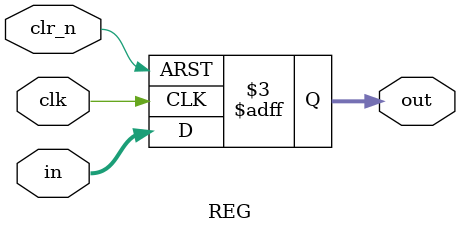
<source format=v>
module REG  ( input signed [3:0] in	,
				  input clk, clr_n, 
				  output reg signed [3:0] out );
				  
 always @ (posedge clk or negedge clr_n) begin
								

	if(clr_n == 1'b0)		// ativo baixo		
		out <= 4'd0;				
	else
		out <= in;

 end


endmodule

</source>
